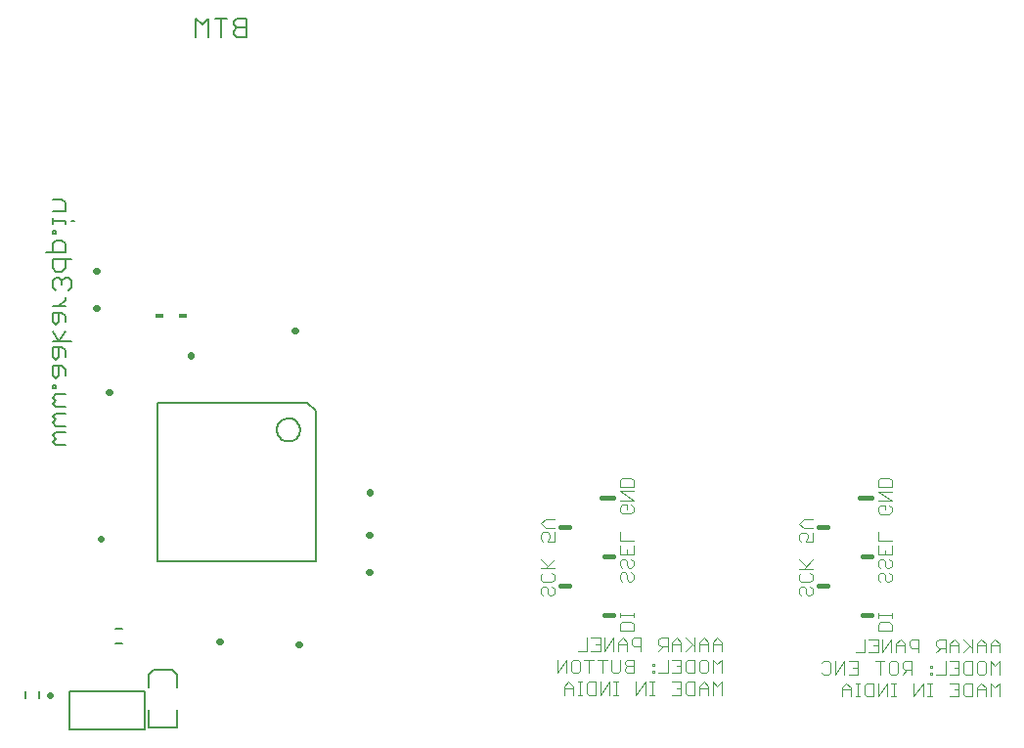
<source format=gbo>
G75*
%MOIN*%
%OFA0B0*%
%FSLAX24Y24*%
%IPPOS*%
%LPD*%
%AMOC8*
5,1,8,0,0,1.08239X$1,22.5*
%
%ADD10C,0.0060*%
%ADD11C,0.0040*%
%ADD12C,0.0160*%
%ADD13C,0.0220*%
%ADD14R,0.0300X0.0180*%
%ADD15C,0.0080*%
D10*
X002437Y004575D02*
X002437Y004812D01*
X002909Y004812D02*
X002909Y004575D01*
X005495Y006462D02*
X005731Y006462D01*
X005731Y006935D02*
X005495Y006935D01*
X006927Y009250D02*
X012339Y009250D01*
X012339Y014367D01*
X012043Y014662D01*
X006927Y014662D01*
X006927Y009250D01*
X003795Y013219D02*
X003475Y013219D01*
X003368Y013325D01*
X003475Y013432D01*
X003368Y013539D01*
X003475Y013646D01*
X003795Y013646D01*
X003795Y013863D02*
X003475Y013863D01*
X003368Y013970D01*
X003475Y014077D01*
X003368Y014183D01*
X003475Y014290D01*
X003795Y014290D01*
X003795Y014508D02*
X003475Y014508D01*
X003368Y014614D01*
X003475Y014721D01*
X003368Y014828D01*
X003475Y014935D01*
X003795Y014935D01*
X003475Y015152D02*
X003475Y015259D01*
X003368Y015259D01*
X003368Y015152D01*
X003475Y015152D01*
X003475Y015474D02*
X003368Y015581D01*
X003368Y015901D01*
X003688Y015901D01*
X003795Y015795D01*
X003795Y015581D01*
X003581Y015581D02*
X003581Y015901D01*
X003475Y016119D02*
X003368Y016226D01*
X003368Y016546D01*
X003688Y016546D01*
X003795Y016439D01*
X003795Y016226D01*
X003581Y016226D02*
X003581Y016546D01*
X003581Y016764D02*
X003795Y017084D01*
X003795Y017407D02*
X003795Y017621D01*
X003688Y017728D01*
X003368Y017728D01*
X003368Y017407D01*
X003475Y017301D01*
X003581Y017407D01*
X003581Y017728D01*
X003581Y017945D02*
X003795Y018159D01*
X003795Y018265D01*
X003902Y018482D02*
X004008Y018589D01*
X004008Y018803D01*
X003902Y018909D01*
X003795Y018909D01*
X003688Y018803D01*
X003581Y018909D01*
X003475Y018909D01*
X003368Y018803D01*
X003368Y018589D01*
X003475Y018482D01*
X003688Y018696D02*
X003688Y018803D01*
X003688Y019127D02*
X003795Y019234D01*
X003795Y019554D01*
X004008Y019554D02*
X003368Y019554D01*
X003368Y019234D01*
X003475Y019127D01*
X003688Y019127D01*
X003795Y019771D02*
X003154Y019771D01*
X003368Y019771D02*
X003368Y020092D01*
X003475Y020198D01*
X003688Y020198D01*
X003795Y020092D01*
X003795Y019771D01*
X003475Y020416D02*
X003475Y020523D01*
X003368Y020523D01*
X003368Y020416D01*
X003475Y020416D01*
X003368Y020738D02*
X003368Y020952D01*
X003368Y020845D02*
X003795Y020845D01*
X003795Y020738D01*
X004008Y020845D02*
X004115Y020845D01*
X003795Y021168D02*
X003795Y021488D01*
X003688Y021595D01*
X003368Y021595D01*
X003368Y021168D02*
X003795Y021168D01*
X003795Y017945D02*
X003368Y017945D01*
X003368Y017084D02*
X003581Y016764D01*
X003368Y016764D02*
X004008Y016764D01*
X003581Y016226D02*
X003475Y016119D01*
X003581Y015581D02*
X003475Y015474D01*
X011010Y013728D02*
X011012Y013767D01*
X011018Y013806D01*
X011028Y013844D01*
X011041Y013881D01*
X011058Y013916D01*
X011078Y013950D01*
X011102Y013981D01*
X011129Y014010D01*
X011158Y014036D01*
X011190Y014059D01*
X011224Y014079D01*
X011260Y014095D01*
X011297Y014107D01*
X011336Y014116D01*
X011375Y014121D01*
X011414Y014122D01*
X011453Y014119D01*
X011492Y014112D01*
X011529Y014101D01*
X011566Y014087D01*
X011601Y014069D01*
X011634Y014048D01*
X011665Y014023D01*
X011693Y013996D01*
X011718Y013966D01*
X011740Y013933D01*
X011759Y013899D01*
X011774Y013863D01*
X011786Y013825D01*
X011794Y013787D01*
X011798Y013748D01*
X011798Y013708D01*
X011794Y013669D01*
X011786Y013631D01*
X011774Y013593D01*
X011759Y013557D01*
X011740Y013523D01*
X011718Y013490D01*
X011693Y013460D01*
X011665Y013433D01*
X011634Y013408D01*
X011601Y013387D01*
X011566Y013369D01*
X011529Y013355D01*
X011492Y013344D01*
X011453Y013337D01*
X011414Y013334D01*
X011375Y013335D01*
X011336Y013340D01*
X011297Y013349D01*
X011260Y013361D01*
X011224Y013377D01*
X011190Y013397D01*
X011158Y013420D01*
X011129Y013446D01*
X011102Y013475D01*
X011078Y013506D01*
X011058Y013540D01*
X011041Y013575D01*
X011028Y013612D01*
X011018Y013650D01*
X011012Y013689D01*
X011010Y013728D01*
X009968Y027119D02*
X009648Y027119D01*
X009541Y027225D01*
X009541Y027332D01*
X009648Y027439D01*
X009968Y027439D01*
X009968Y027759D02*
X009648Y027759D01*
X009541Y027652D01*
X009541Y027546D01*
X009648Y027439D01*
X009968Y027119D02*
X009968Y027759D01*
X009323Y027759D02*
X008896Y027759D01*
X009110Y027759D02*
X009110Y027119D01*
X008679Y027119D02*
X008679Y027759D01*
X008465Y027546D01*
X008252Y027759D01*
X008252Y027119D01*
D11*
X022785Y012095D02*
X023092Y012095D01*
X023168Y012018D01*
X023168Y011788D01*
X022708Y011788D01*
X022708Y012018D01*
X022785Y012095D01*
X022708Y011635D02*
X023168Y011635D01*
X023168Y011328D02*
X022708Y011328D01*
X022785Y011174D02*
X022938Y011174D01*
X022938Y011021D01*
X022785Y011174D02*
X022708Y011098D01*
X022708Y010944D01*
X022785Y010867D01*
X023092Y010867D01*
X023168Y010944D01*
X023168Y011098D01*
X023092Y011174D01*
X023168Y011328D02*
X022708Y011635D01*
X022708Y010253D02*
X022708Y009947D01*
X023168Y009947D01*
X023168Y009793D02*
X023168Y009486D01*
X022708Y009486D01*
X022708Y009793D01*
X022938Y009640D02*
X022938Y009486D01*
X022861Y009333D02*
X022785Y009333D01*
X022708Y009256D01*
X022708Y009102D01*
X022785Y009026D01*
X022785Y008872D02*
X022708Y008796D01*
X022708Y008642D01*
X022785Y008565D01*
X022938Y008642D02*
X022938Y008796D01*
X022861Y008872D01*
X022785Y008872D01*
X022938Y008642D02*
X023015Y008565D01*
X023092Y008565D01*
X023168Y008642D01*
X023168Y008796D01*
X023092Y008872D01*
X023092Y009026D02*
X023015Y009026D01*
X022938Y009102D01*
X022938Y009256D01*
X022861Y009333D01*
X023092Y009333D02*
X023168Y009256D01*
X023168Y009102D01*
X023092Y009026D01*
X023168Y007491D02*
X023168Y007338D01*
X023168Y007414D02*
X022708Y007414D01*
X022708Y007338D02*
X022708Y007491D01*
X022785Y007184D02*
X023092Y007184D01*
X023168Y007107D01*
X023168Y006877D01*
X022708Y006877D01*
X022708Y007107D01*
X022785Y007184D01*
X022797Y006649D02*
X022643Y006495D01*
X022643Y006189D01*
X022490Y006189D02*
X022490Y006649D01*
X022183Y006189D01*
X022183Y006649D01*
X022029Y006649D02*
X022029Y006189D01*
X021722Y006189D01*
X021569Y006189D02*
X021262Y006189D01*
X021262Y005899D02*
X021339Y005822D01*
X021339Y005515D01*
X021262Y005439D01*
X021108Y005439D01*
X021032Y005515D01*
X021032Y005822D01*
X021108Y005899D01*
X021262Y005899D01*
X021492Y005899D02*
X021799Y005899D01*
X021646Y005899D02*
X021646Y005439D01*
X021646Y005149D02*
X021876Y005149D01*
X021876Y004689D01*
X021646Y004689D01*
X021569Y004765D01*
X021569Y005072D01*
X021646Y005149D01*
X021415Y005149D02*
X021262Y005149D01*
X021339Y005149D02*
X021339Y004689D01*
X021415Y004689D02*
X021262Y004689D01*
X021108Y004689D02*
X021108Y004995D01*
X020955Y005149D01*
X020802Y004995D01*
X020802Y004689D01*
X020802Y004919D02*
X021108Y004919D01*
X020878Y005439D02*
X020878Y005899D01*
X020571Y005439D01*
X020571Y005899D01*
X021569Y006189D02*
X021569Y006649D01*
X021722Y006649D02*
X022029Y006649D01*
X022029Y006419D02*
X021876Y006419D01*
X021953Y005899D02*
X022259Y005899D01*
X022106Y005899D02*
X022106Y005439D01*
X022029Y005149D02*
X022029Y004689D01*
X022336Y005149D01*
X022336Y004689D01*
X022490Y004689D02*
X022643Y004689D01*
X022566Y004689D02*
X022566Y005149D01*
X022490Y005149D02*
X022643Y005149D01*
X022643Y005439D02*
X022490Y005439D01*
X022413Y005515D01*
X022413Y005899D01*
X022720Y005899D02*
X022720Y005515D01*
X022643Y005439D01*
X022873Y005515D02*
X022950Y005439D01*
X023180Y005439D01*
X023180Y005899D01*
X022950Y005899D01*
X022873Y005822D01*
X022873Y005745D01*
X022950Y005669D01*
X023180Y005669D01*
X022950Y005669D02*
X022873Y005592D01*
X022873Y005515D01*
X023257Y005149D02*
X023257Y004689D01*
X023564Y005149D01*
X023564Y004689D01*
X023717Y004689D02*
X023871Y004689D01*
X023794Y004689D02*
X023794Y005149D01*
X023871Y005149D02*
X023717Y005149D01*
X023794Y005439D02*
X023871Y005439D01*
X023871Y005515D01*
X023794Y005515D01*
X023794Y005439D01*
X023794Y005669D02*
X023871Y005669D01*
X023871Y005745D01*
X023794Y005745D01*
X023794Y005669D01*
X024024Y005439D02*
X024331Y005439D01*
X024331Y005899D01*
X024485Y005899D02*
X024792Y005899D01*
X024792Y005439D01*
X024485Y005439D01*
X024638Y005669D02*
X024792Y005669D01*
X024945Y005822D02*
X025022Y005899D01*
X025252Y005899D01*
X025252Y005439D01*
X025022Y005439D01*
X024945Y005515D01*
X024945Y005822D01*
X024945Y006189D02*
X025175Y006419D01*
X025252Y006342D02*
X024945Y006649D01*
X024792Y006495D02*
X024792Y006189D01*
X024792Y006419D02*
X024485Y006419D01*
X024485Y006495D02*
X024485Y006189D01*
X024331Y006189D02*
X024331Y006649D01*
X024101Y006649D01*
X024024Y006572D01*
X024024Y006419D01*
X024101Y006342D01*
X024331Y006342D01*
X024178Y006342D02*
X024024Y006189D01*
X023410Y006189D02*
X023410Y006649D01*
X023180Y006649D01*
X023104Y006572D01*
X023104Y006419D01*
X023180Y006342D01*
X023410Y006342D01*
X022950Y006419D02*
X022643Y006419D01*
X022797Y006649D02*
X022950Y006495D01*
X022950Y006189D01*
X024485Y006495D02*
X024638Y006649D01*
X024792Y006495D01*
X025252Y006649D02*
X025252Y006189D01*
X025405Y006189D02*
X025405Y006495D01*
X025559Y006649D01*
X025712Y006495D01*
X025712Y006189D01*
X025866Y006189D02*
X025866Y006495D01*
X026019Y006649D01*
X026173Y006495D01*
X026173Y006189D01*
X026173Y006419D02*
X025866Y006419D01*
X025712Y006419D02*
X025405Y006419D01*
X025482Y005899D02*
X025405Y005822D01*
X025405Y005515D01*
X025482Y005439D01*
X025636Y005439D01*
X025712Y005515D01*
X025712Y005822D01*
X025636Y005899D01*
X025482Y005899D01*
X025866Y005899D02*
X025866Y005439D01*
X025866Y005149D02*
X025866Y004689D01*
X025712Y004689D02*
X025712Y004995D01*
X025559Y005149D01*
X025405Y004995D01*
X025405Y004689D01*
X025252Y004689D02*
X025022Y004689D01*
X024945Y004765D01*
X024945Y005072D01*
X025022Y005149D01*
X025252Y005149D01*
X025252Y004689D01*
X025405Y004919D02*
X025712Y004919D01*
X025866Y005149D02*
X026019Y004995D01*
X026173Y005149D01*
X026173Y004689D01*
X026173Y005439D02*
X026173Y005899D01*
X026019Y005745D01*
X025866Y005899D01*
X024792Y005149D02*
X024792Y004689D01*
X024485Y004689D01*
X024638Y004919D02*
X024792Y004919D01*
X024792Y005149D02*
X024485Y005149D01*
X020468Y008163D02*
X020392Y008086D01*
X020315Y008086D01*
X020238Y008163D01*
X020238Y008316D01*
X020161Y008393D01*
X020085Y008393D01*
X020008Y008316D01*
X020008Y008163D01*
X020085Y008086D01*
X020468Y008163D02*
X020468Y008316D01*
X020392Y008393D01*
X020392Y008547D02*
X020085Y008547D01*
X020008Y008623D01*
X020008Y008777D01*
X020085Y008853D01*
X020161Y009007D02*
X020468Y009314D01*
X020468Y009007D02*
X020008Y009007D01*
X020238Y009084D02*
X020008Y009314D01*
X020392Y008853D02*
X020468Y008777D01*
X020468Y008623D01*
X020392Y008547D01*
X020468Y009928D02*
X020238Y009928D01*
X020315Y010081D01*
X020315Y010158D01*
X020238Y010235D01*
X020085Y010235D01*
X020008Y010158D01*
X020008Y010004D01*
X020085Y009928D01*
X020468Y009928D02*
X020468Y010235D01*
X020468Y010388D02*
X020161Y010388D01*
X020008Y010542D01*
X020161Y010695D01*
X020468Y010695D01*
X028808Y010532D02*
X028961Y010685D01*
X029268Y010685D01*
X029268Y010378D02*
X028961Y010378D01*
X028808Y010532D01*
X028885Y010225D02*
X028808Y010148D01*
X028808Y009994D01*
X028885Y009918D01*
X029038Y009918D02*
X029115Y010071D01*
X029115Y010148D01*
X029038Y010225D01*
X028885Y010225D01*
X029038Y009918D02*
X029268Y009918D01*
X029268Y010225D01*
X029268Y009304D02*
X028961Y008997D01*
X029038Y009074D02*
X028808Y009304D01*
X028808Y008997D02*
X029268Y008997D01*
X029192Y008843D02*
X029268Y008767D01*
X029268Y008613D01*
X029192Y008537D01*
X028885Y008537D01*
X028808Y008613D01*
X028808Y008767D01*
X028885Y008843D01*
X028885Y008383D02*
X028808Y008306D01*
X028808Y008153D01*
X028885Y008076D01*
X029038Y008153D02*
X029038Y008306D01*
X028961Y008383D01*
X028885Y008383D01*
X029038Y008153D02*
X029115Y008076D01*
X029192Y008076D01*
X029268Y008153D01*
X029268Y008306D01*
X029192Y008383D01*
X031508Y008632D02*
X031585Y008555D01*
X031508Y008632D02*
X031508Y008786D01*
X031585Y008862D01*
X031661Y008862D01*
X031738Y008786D01*
X031738Y008632D01*
X031815Y008555D01*
X031892Y008555D01*
X031968Y008632D01*
X031968Y008786D01*
X031892Y008862D01*
X031892Y009016D02*
X031815Y009016D01*
X031738Y009092D01*
X031738Y009246D01*
X031661Y009323D01*
X031585Y009323D01*
X031508Y009246D01*
X031508Y009092D01*
X031585Y009016D01*
X031892Y009016D02*
X031968Y009092D01*
X031968Y009246D01*
X031892Y009323D01*
X031968Y009476D02*
X031508Y009476D01*
X031508Y009783D01*
X031508Y009937D02*
X031508Y010243D01*
X031508Y009937D02*
X031968Y009937D01*
X031968Y009783D02*
X031968Y009476D01*
X031738Y009476D02*
X031738Y009630D01*
X031585Y010857D02*
X031508Y010934D01*
X031508Y011088D01*
X031585Y011164D01*
X031738Y011164D01*
X031738Y011011D01*
X031892Y011164D02*
X031968Y011088D01*
X031968Y010934D01*
X031892Y010857D01*
X031585Y010857D01*
X031508Y011318D02*
X031968Y011318D01*
X031508Y011625D01*
X031968Y011625D01*
X031968Y011778D02*
X031968Y012008D01*
X031892Y012085D01*
X031585Y012085D01*
X031508Y012008D01*
X031508Y011778D01*
X031968Y011778D01*
X031968Y007481D02*
X031968Y007328D01*
X031968Y007404D02*
X031508Y007404D01*
X031508Y007328D02*
X031508Y007481D01*
X031585Y007174D02*
X031508Y007097D01*
X031508Y006867D01*
X031968Y006867D01*
X031968Y007097D01*
X031892Y007174D01*
X031585Y007174D01*
X031648Y006599D02*
X031648Y006139D01*
X031955Y006599D01*
X031955Y006139D01*
X032108Y006139D02*
X032108Y006445D01*
X032262Y006599D01*
X032415Y006445D01*
X032415Y006139D01*
X032415Y006369D02*
X032108Y006369D01*
X032569Y006369D02*
X032645Y006292D01*
X032876Y006292D01*
X032876Y006139D02*
X032876Y006599D01*
X032645Y006599D01*
X032569Y006522D01*
X032569Y006369D01*
X032645Y005849D02*
X032415Y005849D01*
X032338Y005772D01*
X032338Y005619D01*
X032415Y005542D01*
X032645Y005542D01*
X032492Y005542D02*
X032338Y005389D01*
X032185Y005465D02*
X032185Y005772D01*
X032108Y005849D01*
X031955Y005849D01*
X031878Y005772D01*
X031878Y005465D01*
X031955Y005389D01*
X032108Y005389D01*
X032185Y005465D01*
X032108Y005099D02*
X031955Y005099D01*
X032031Y005099D02*
X032031Y004639D01*
X031955Y004639D02*
X032108Y004639D01*
X031801Y004639D02*
X031801Y005099D01*
X031494Y004639D01*
X031494Y005099D01*
X031341Y005099D02*
X031111Y005099D01*
X031034Y005022D01*
X031034Y004715D01*
X031111Y004639D01*
X031341Y004639D01*
X031341Y005099D01*
X031571Y005389D02*
X031571Y005849D01*
X031418Y005849D02*
X031725Y005849D01*
X031494Y006139D02*
X031187Y006139D01*
X031034Y006139D02*
X030727Y006139D01*
X030804Y005849D02*
X030804Y005389D01*
X030497Y005389D01*
X030343Y005389D02*
X030343Y005849D01*
X030036Y005389D01*
X030036Y005849D01*
X029883Y005772D02*
X029883Y005465D01*
X029806Y005389D01*
X029653Y005389D01*
X029576Y005465D01*
X029576Y005772D02*
X029653Y005849D01*
X029806Y005849D01*
X029883Y005772D01*
X030497Y005849D02*
X030804Y005849D01*
X030804Y005619D02*
X030650Y005619D01*
X030727Y005099D02*
X030880Y005099D01*
X030804Y005099D02*
X030804Y004639D01*
X030880Y004639D02*
X030727Y004639D01*
X030574Y004639D02*
X030574Y004945D01*
X030420Y005099D01*
X030267Y004945D01*
X030267Y004639D01*
X030267Y004869D02*
X030574Y004869D01*
X031034Y006139D02*
X031034Y006599D01*
X031187Y006599D02*
X031494Y006599D01*
X031494Y006139D01*
X031494Y006369D02*
X031341Y006369D01*
X032645Y005849D02*
X032645Y005389D01*
X032722Y005099D02*
X032722Y004639D01*
X033029Y005099D01*
X033029Y004639D01*
X033182Y004639D02*
X033336Y004639D01*
X033259Y004639D02*
X033259Y005099D01*
X033336Y005099D02*
X033182Y005099D01*
X033259Y005389D02*
X033336Y005389D01*
X033336Y005465D01*
X033259Y005465D01*
X033259Y005389D01*
X033259Y005619D02*
X033336Y005619D01*
X033336Y005695D01*
X033259Y005695D01*
X033259Y005619D01*
X033489Y005389D02*
X033796Y005389D01*
X033796Y005849D01*
X033950Y005849D02*
X034257Y005849D01*
X034257Y005389D01*
X033950Y005389D01*
X034103Y005619D02*
X034257Y005619D01*
X034410Y005772D02*
X034410Y005465D01*
X034487Y005389D01*
X034717Y005389D01*
X034717Y005849D01*
X034487Y005849D01*
X034410Y005772D01*
X034410Y006139D02*
X034640Y006369D01*
X034717Y006292D02*
X034410Y006599D01*
X034257Y006445D02*
X034103Y006599D01*
X033950Y006445D01*
X033950Y006139D01*
X033796Y006139D02*
X033796Y006599D01*
X033566Y006599D01*
X033489Y006522D01*
X033489Y006369D01*
X033566Y006292D01*
X033796Y006292D01*
X033643Y006292D02*
X033489Y006139D01*
X033950Y006369D02*
X034257Y006369D01*
X034257Y006445D02*
X034257Y006139D01*
X034717Y006139D02*
X034717Y006599D01*
X034871Y006445D02*
X034871Y006139D01*
X034871Y006369D02*
X035177Y006369D01*
X035177Y006445D02*
X035024Y006599D01*
X034871Y006445D01*
X035177Y006445D02*
X035177Y006139D01*
X035331Y006139D02*
X035331Y006445D01*
X035484Y006599D01*
X035638Y006445D01*
X035638Y006139D01*
X035638Y006369D02*
X035331Y006369D01*
X035331Y005849D02*
X035331Y005389D01*
X035177Y005465D02*
X035101Y005389D01*
X034947Y005389D01*
X034871Y005465D01*
X034871Y005772D01*
X034947Y005849D01*
X035101Y005849D01*
X035177Y005772D01*
X035177Y005465D01*
X035484Y005695D02*
X035331Y005849D01*
X035484Y005695D02*
X035638Y005849D01*
X035638Y005389D01*
X035638Y005099D02*
X035484Y004945D01*
X035331Y005099D01*
X035331Y004639D01*
X035177Y004639D02*
X035177Y004945D01*
X035024Y005099D01*
X034871Y004945D01*
X034871Y004639D01*
X034717Y004639D02*
X034487Y004639D01*
X034410Y004715D01*
X034410Y005022D01*
X034487Y005099D01*
X034717Y005099D01*
X034717Y004639D01*
X034871Y004869D02*
X035177Y004869D01*
X035638Y004639D02*
X035638Y005099D01*
X034257Y005099D02*
X034257Y004639D01*
X033950Y004639D01*
X034103Y004869D02*
X034257Y004869D01*
X034257Y005099D02*
X033950Y005099D01*
D12*
X031288Y007419D02*
X030988Y007419D01*
X029788Y008419D02*
X029488Y008419D01*
X030988Y009419D02*
X031288Y009419D01*
X029788Y010419D02*
X029488Y010419D01*
X030888Y011419D02*
X031288Y011419D01*
X022488Y011429D02*
X022088Y011429D01*
X020988Y010429D02*
X020688Y010429D01*
X022188Y009429D02*
X022488Y009429D01*
X020988Y008429D02*
X020688Y008429D01*
X022188Y007429D02*
X022488Y007429D01*
D13*
X014169Y008874D02*
X014145Y008874D01*
X014135Y010164D02*
X014159Y010164D01*
X014173Y011595D02*
X014173Y011619D01*
X011780Y006432D02*
X011756Y006432D01*
X009076Y006528D02*
X009052Y006528D01*
X005012Y010004D02*
X005012Y010029D01*
X005292Y015006D02*
X005316Y015006D01*
X008068Y016255D02*
X008068Y016279D01*
X004864Y017887D02*
X004840Y017887D01*
X004835Y019152D02*
X004859Y019152D01*
X011604Y017129D02*
X011628Y017129D01*
X003289Y004682D02*
X003265Y004682D01*
D14*
X007008Y017617D03*
X007809Y017617D03*
D15*
X006509Y003531D02*
X003929Y003531D01*
X003929Y004831D01*
X006509Y004831D01*
X006509Y003531D01*
X006653Y003586D02*
X007598Y003586D01*
X007598Y004176D01*
X007598Y004964D02*
X007598Y005397D01*
X007441Y005554D01*
X006811Y005554D01*
X006653Y005397D01*
X006653Y004964D01*
X006653Y004176D02*
X006653Y003586D01*
M02*

</source>
